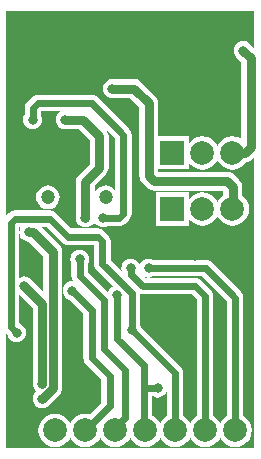
<source format=gbr>
%TF.GenerationSoftware,Altium Limited,Altium Designer,20.2.6 (244)*%
G04 Layer_Physical_Order=2*
G04 Layer_Color=16711680*
%FSLAX26Y26*%
%MOIN*%
%TF.SameCoordinates,2EAD6035-BE33-4F7B-B0E7-EE8266E33042*%
%TF.FilePolarity,Positive*%
%TF.FileFunction,Copper,L2,Bot,Signal*%
%TF.Part,Single*%
G01*
G75*
%TA.AperFunction,Conductor*%
%ADD23C,0.031496*%
%ADD25C,0.023622*%
%TA.AperFunction,ComponentPad*%
%ADD28C,0.078740*%
%ADD29R,0.078740X0.078740*%
%ADD30C,0.047244*%
%ADD31O,0.041339X0.049213*%
%ADD32O,0.047244X0.074803*%
%TA.AperFunction,ViaPad*%
%ADD33C,0.031496*%
G36*
X846071Y1353855D02*
X832463Y1367463D01*
X825884Y1372512D01*
X818222Y1375685D01*
X810000Y1376768D01*
X801778Y1375685D01*
X794116Y1372512D01*
X787537Y1367463D01*
X782488Y1360884D01*
X779315Y1353222D01*
X778232Y1345000D01*
X779315Y1336778D01*
X782488Y1329116D01*
X787537Y1322537D01*
X803232Y1306841D01*
Y1050963D01*
X801773Y1052083D01*
X788365Y1057636D01*
X773976Y1059531D01*
X759588Y1057636D01*
X746180Y1052083D01*
X734666Y1043248D01*
X725831Y1031734D01*
X723976Y1027257D01*
X722122Y1031734D01*
X713287Y1043248D01*
X701773Y1052083D01*
X688365Y1057636D01*
X673976Y1059531D01*
X659588Y1057636D01*
X646180Y1052083D01*
X634666Y1043248D01*
X629095Y1035987D01*
Y1059055D01*
X526768D01*
Y1170000D01*
X525685Y1178222D01*
X522512Y1185884D01*
X517463Y1192463D01*
X469054Y1240873D01*
X462474Y1245921D01*
X454812Y1249095D01*
X446590Y1250178D01*
X374016D01*
X365794Y1249095D01*
X358132Y1245921D01*
X351553Y1240873D01*
X346504Y1234294D01*
X343330Y1226632D01*
X342248Y1218410D01*
X343330Y1210188D01*
X346504Y1202526D01*
X351553Y1195947D01*
X358132Y1190898D01*
X365794Y1187724D01*
X374016Y1186642D01*
X433432D01*
X463232Y1156841D01*
Y928450D01*
X464315Y920228D01*
X467488Y912566D01*
X472537Y905987D01*
X490987Y887537D01*
X497566Y882488D01*
X505228Y879315D01*
X513450Y878232D01*
X743232D01*
Y862813D01*
X734666Y856240D01*
X725831Y844726D01*
X723976Y840249D01*
X722122Y844726D01*
X713287Y856240D01*
X701773Y865075D01*
X688365Y870629D01*
X673976Y872523D01*
X659588Y870629D01*
X646180Y865075D01*
X634666Y856240D01*
X629095Y848979D01*
Y872047D01*
X518858D01*
Y761811D01*
X629095D01*
Y784879D01*
X634666Y777618D01*
X646180Y768784D01*
X659588Y763230D01*
X673976Y761335D01*
X688365Y763230D01*
X701773Y768784D01*
X713287Y777618D01*
X722122Y789132D01*
X723976Y793609D01*
X725831Y789132D01*
X734666Y777618D01*
X746180Y768784D01*
X759588Y763230D01*
X773976Y761335D01*
X788365Y763230D01*
X801773Y768784D01*
X813287Y777618D01*
X822122Y789132D01*
X827676Y802540D01*
X829570Y816929D01*
X827676Y831318D01*
X822122Y844726D01*
X813287Y856240D01*
X806768Y861242D01*
Y891550D01*
X805685Y899772D01*
X802512Y907434D01*
X797463Y914013D01*
X779013Y932463D01*
X772434Y937512D01*
X764772Y940685D01*
X756550Y941768D01*
X526768D01*
Y948819D01*
X629095D01*
Y971887D01*
X634666Y964626D01*
X646180Y955791D01*
X659588Y950238D01*
X673976Y948343D01*
X688365Y950238D01*
X701773Y955791D01*
X713287Y964626D01*
X722122Y976140D01*
X723976Y980617D01*
X725831Y976140D01*
X734666Y964626D01*
X746180Y955791D01*
X759588Y950238D01*
X773976Y948343D01*
X788365Y950238D01*
X801773Y955791D01*
X813287Y964626D01*
X820266Y973721D01*
X824772Y974315D01*
X832434Y977488D01*
X839013Y982537D01*
X846071Y989595D01*
Y20071D01*
X20071D01*
Y400619D01*
X24600Y396090D01*
X27488Y389116D01*
X32537Y382537D01*
X39116Y377489D01*
X46778Y374315D01*
X55000Y373233D01*
X63222Y374315D01*
X70884Y377489D01*
X77463Y382537D01*
X82512Y389116D01*
X85685Y396778D01*
X86768Y405000D01*
X85685Y413223D01*
X82512Y420884D01*
X77463Y427464D01*
X70884Y432512D01*
X63911Y435401D01*
X62797Y436514D01*
Y533104D01*
X108232Y487668D01*
Y235000D01*
X109315Y226778D01*
X112488Y219116D01*
X117537Y212537D01*
X120470Y210286D01*
X118010Y207826D01*
X117537Y207463D01*
X112488Y200884D01*
X109315Y193222D01*
X108232Y185000D01*
X109315Y176778D01*
X112488Y169116D01*
X117537Y162537D01*
X124116Y157488D01*
X131778Y154315D01*
X140000Y153232D01*
X140110D01*
X148332Y154315D01*
X155994Y157488D01*
X162573Y162537D01*
X197896Y197860D01*
X202945Y204439D01*
X206119Y212101D01*
X207201Y220323D01*
Y674567D01*
X206119Y682789D01*
X202945Y690451D01*
X197896Y697030D01*
X137723Y757203D01*
X153486D01*
X205345Y705345D01*
X211102Y700927D01*
X217806Y698150D01*
X225000Y697203D01*
X312203D01*
Y635000D01*
X313150Y627806D01*
X315927Y621102D01*
X320345Y615345D01*
X376988Y558701D01*
X374116Y557512D01*
X367537Y552463D01*
X362488Y545884D01*
X359834Y539476D01*
X292797Y606514D01*
Y634804D01*
X295685Y641778D01*
X296768Y650000D01*
X295685Y658222D01*
X292512Y665884D01*
X287463Y672463D01*
X280884Y677512D01*
X273222Y680685D01*
X265000Y681768D01*
X256778Y680685D01*
X249116Y677512D01*
X242537Y672463D01*
X237488Y665884D01*
X234315Y658222D01*
X233232Y650000D01*
X234315Y641778D01*
X237203Y634804D01*
Y595000D01*
X238150Y587806D01*
X240927Y581102D01*
X244731Y576145D01*
X240000Y576768D01*
X231778Y575685D01*
X224116Y572512D01*
X217537Y567463D01*
X212488Y560884D01*
X209315Y553222D01*
X208232Y545000D01*
X209315Y536778D01*
X212488Y529116D01*
X217537Y522537D01*
X224116Y517488D01*
X231090Y514600D01*
X277203Y468486D01*
Y320000D01*
X278150Y312806D01*
X280927Y306102D01*
X285345Y300345D01*
X337203Y248486D01*
Y171514D01*
X297933Y132244D01*
X297460Y132440D01*
X283071Y134334D01*
X268682Y132440D01*
X255274Y126886D01*
X243760Y118051D01*
X234925Y106537D01*
X233071Y102060D01*
X231216Y106537D01*
X222382Y118051D01*
X210868Y126886D01*
X197460Y132440D01*
X183071Y134334D01*
X168682Y132440D01*
X155274Y126886D01*
X143760Y118051D01*
X134925Y106537D01*
X129371Y93129D01*
X127477Y78740D01*
X129371Y64352D01*
X134925Y50943D01*
X143760Y39429D01*
X155274Y30595D01*
X168682Y25041D01*
X183071Y23146D01*
X197460Y25041D01*
X210868Y30595D01*
X222382Y39429D01*
X231216Y50943D01*
X233071Y55420D01*
X234925Y50943D01*
X243760Y39429D01*
X255274Y30595D01*
X268682Y25041D01*
X283071Y23146D01*
X297460Y25041D01*
X310868Y30595D01*
X322382Y39429D01*
X331216Y50943D01*
X333071Y55420D01*
X334925Y50943D01*
X343760Y39429D01*
X355274Y30595D01*
X368682Y25041D01*
X383071Y23146D01*
X397460Y25041D01*
X410868Y30595D01*
X422382Y39429D01*
X431216Y50943D01*
X433071Y55420D01*
X434925Y50943D01*
X443760Y39429D01*
X455274Y30595D01*
X468682Y25041D01*
X483071Y23146D01*
X497460Y25041D01*
X510868Y30595D01*
X522382Y39429D01*
X531216Y50943D01*
X533071Y55420D01*
X534925Y50943D01*
X543760Y39429D01*
X555274Y30595D01*
X568682Y25041D01*
X583071Y23146D01*
X597460Y25041D01*
X610868Y30595D01*
X622382Y39429D01*
X631216Y50943D01*
X633071Y55420D01*
X634925Y50943D01*
X643760Y39429D01*
X655274Y30595D01*
X668682Y25041D01*
X683071Y23146D01*
X697460Y25041D01*
X710868Y30595D01*
X722382Y39429D01*
X731216Y50943D01*
X733071Y55420D01*
X734925Y50943D01*
X743760Y39429D01*
X755274Y30595D01*
X768682Y25041D01*
X783071Y23146D01*
X797460Y25041D01*
X810868Y30595D01*
X822382Y39429D01*
X831216Y50943D01*
X836770Y64352D01*
X838665Y78740D01*
X836770Y93129D01*
X831216Y106537D01*
X822382Y118051D01*
X810868Y126886D01*
X810868D01*
Y521929D01*
X809921Y529124D01*
X807144Y535828D01*
X802726Y541585D01*
X704577Y639734D01*
X698820Y644151D01*
X692116Y646928D01*
X684921Y647875D01*
X510196D01*
X503222Y650764D01*
X495000Y651846D01*
X486778Y650764D01*
X479116Y647590D01*
X472537Y642542D01*
X467488Y635963D01*
X465000Y629955D01*
X462512Y635963D01*
X457463Y642542D01*
X450884Y647590D01*
X443222Y650764D01*
X435000Y651846D01*
X426778Y650764D01*
X419116Y647590D01*
X412537Y642542D01*
X407488Y635963D01*
X404315Y628301D01*
X403232Y620079D01*
X404315Y611857D01*
X405630Y608680D01*
X367797Y646514D01*
Y711163D01*
X366850Y718357D01*
X364073Y725061D01*
X359655Y730818D01*
X345818Y744655D01*
X340061Y749073D01*
X333357Y751850D01*
X326163Y752797D01*
X236514D01*
X184655Y804655D01*
X178898Y809073D01*
X172194Y811850D01*
X165000Y812797D01*
X48837D01*
X41643Y811850D01*
X34939Y809073D01*
X29182Y804655D01*
X20071Y795544D01*
Y1475992D01*
X846071D01*
Y1353855D01*
D02*
G37*
G36*
X755274Y510415D02*
Y126886D01*
X755274D01*
X743760Y118051D01*
X734925Y106537D01*
X733071Y102060D01*
X731216Y106537D01*
X722382Y118051D01*
X710868Y126886D01*
X710868D01*
Y526929D01*
X709920Y534123D01*
X707144Y540827D01*
X702726Y546584D01*
X669655Y579655D01*
X663898Y584073D01*
X657194Y586850D01*
X650000Y587797D01*
X486514D01*
X483601Y590709D01*
X486778Y589393D01*
X495000Y588311D01*
X503222Y589393D01*
X510196Y592282D01*
X673408D01*
X755274Y510415D01*
D02*
G37*
G36*
X67488Y755884D02*
X64315Y748222D01*
X63232Y740000D01*
X64315Y731778D01*
X67488Y724116D01*
X72537Y717537D01*
X79116Y712488D01*
X86778Y709315D01*
X95000Y708232D01*
X96841D01*
X143665Y661408D01*
Y542088D01*
X102463Y583290D01*
X95884Y588338D01*
X88222Y591512D01*
X80000Y592595D01*
X80000D01*
X71778Y591512D01*
X64116Y588338D01*
X62797Y587326D01*
Y757203D01*
X68501D01*
X67488Y755884D01*
D02*
G37*
G36*
X555274Y126886D02*
X555274D01*
X543760Y118051D01*
X534925Y106537D01*
X533071Y102060D01*
X531216Y106537D01*
X522382Y118051D01*
X510868Y126886D01*
X505868Y128957D01*
Y192203D01*
X509804D01*
X516778Y189315D01*
X525000Y188232D01*
X533222Y189315D01*
X540884Y192488D01*
X547463Y197537D01*
X552512Y204116D01*
X555274Y210785D01*
Y126886D01*
D02*
G37*
G36*
X467806Y533150D02*
X475000Y532203D01*
X638486D01*
X655274Y515415D01*
Y126886D01*
X655274D01*
X643760Y118051D01*
X634925Y106537D01*
X633071Y102060D01*
X631216Y106537D01*
X622382Y118051D01*
X610868Y126886D01*
X610868D01*
Y270315D01*
X609920Y277509D01*
X607144Y284213D01*
X602726Y289970D01*
X468904Y423792D01*
X466301Y430077D01*
Y533774D01*
X467806Y533150D01*
D02*
G37*
%LPC*%
G36*
X159213Y896009D02*
X148935Y894656D01*
X139358Y890689D01*
X131133Y884378D01*
X124823Y876154D01*
X120856Y866577D01*
X119503Y856299D01*
X120856Y846021D01*
X124823Y836444D01*
X131133Y828220D01*
X139358Y821909D01*
X148935Y817942D01*
X159213Y816589D01*
X169490Y817942D01*
X179067Y821909D01*
X187292Y828220D01*
X193602Y836444D01*
X197569Y846021D01*
X198922Y856299D01*
X197569Y866577D01*
X193602Y876154D01*
X187292Y884378D01*
X179067Y890689D01*
X169490Y894656D01*
X159213Y896009D01*
D02*
G37*
G36*
X305000Y1197797D02*
X125000D01*
X117806Y1196850D01*
X111102Y1194073D01*
X105345Y1189655D01*
X90119Y1174430D01*
X85702Y1168673D01*
X82925Y1161969D01*
X81978Y1154774D01*
Y1132403D01*
X80756Y1130811D01*
X77582Y1123149D01*
X76500Y1114927D01*
X77582Y1106705D01*
X80756Y1099043D01*
X85805Y1092464D01*
X92384Y1087415D01*
X100046Y1084242D01*
X108268Y1083159D01*
X116490Y1084242D01*
X124152Y1087415D01*
X130731Y1092464D01*
X135779Y1099043D01*
X138953Y1106705D01*
X140036Y1114927D01*
X138953Y1123149D01*
X137571Y1126485D01*
Y1142203D01*
X200345D01*
X194072Y1137390D01*
X189024Y1130811D01*
X185850Y1123149D01*
X184768Y1114927D01*
X185850Y1106705D01*
X189024Y1099043D01*
X194072Y1092464D01*
X200651Y1087415D01*
X208313Y1084242D01*
X216535Y1083159D01*
X261914D01*
X298232Y1046841D01*
Y968159D01*
X261041Y930967D01*
X255992Y924388D01*
X252819Y916726D01*
X251736Y908504D01*
Y787402D01*
X252819Y779179D01*
X255992Y771518D01*
X261041Y764938D01*
X267620Y759890D01*
X275282Y756716D01*
X283504Y755634D01*
X291726Y756716D01*
X299388Y759890D01*
X305967Y764938D01*
X311016Y771518D01*
X313504Y777525D01*
X315992Y771518D01*
X321041Y764938D01*
X327620Y759890D01*
X335282Y756716D01*
X343504Y755634D01*
X351726Y756716D01*
X358700Y759605D01*
X396163D01*
X403357Y760552D01*
X410061Y763329D01*
X415818Y767746D01*
X429655Y781584D01*
X434073Y787341D01*
X436850Y794045D01*
X437797Y801239D01*
Y1065000D01*
X436850Y1072194D01*
X434073Y1078899D01*
X429655Y1084655D01*
X324655Y1189655D01*
X318899Y1194073D01*
X312194Y1196850D01*
X305000Y1197797D01*
D02*
G37*
%LPD*%
G36*
X382203Y1053486D02*
Y880748D01*
X379418Y884378D01*
X371193Y890689D01*
X361616Y894656D01*
X351339Y896009D01*
X341061Y894656D01*
X331484Y890689D01*
X323260Y884378D01*
X316949Y876154D01*
X315272Y872105D01*
Y895345D01*
X352463Y932537D01*
X357512Y939116D01*
X360685Y946778D01*
X361768Y955000D01*
Y1060000D01*
X360685Y1068222D01*
X357512Y1075884D01*
X352463Y1082463D01*
X297536Y1137390D01*
X291264Y1142203D01*
X293486D01*
X382203Y1053486D01*
D02*
G37*
D23*
X95000Y740000D02*
X110000D01*
X175433Y220323D02*
Y674567D01*
X110000Y740000D02*
X175433Y674567D01*
X140000Y185000D02*
X140110D01*
X175433Y220323D01*
X275073Y1114927D02*
X330000Y1060000D01*
X283504Y908504D02*
X330000Y955000D01*
Y1060000D01*
X80000Y560827D02*
X140000Y500827D01*
Y235000D02*
Y500827D01*
X80000Y560827D02*
X80000D01*
X283504Y787402D02*
Y908504D01*
X216535Y1114927D02*
X275073D01*
X374016Y1218410D02*
X446590D01*
X495000Y1170000D01*
Y928450D02*
Y1170000D01*
X513450Y910000D02*
X756550D01*
X775000Y817953D02*
Y891550D01*
X756550Y910000D02*
X775000Y891550D01*
X495000Y928450D02*
X513450Y910000D01*
X773976Y816929D02*
X775000Y817953D01*
X810000Y1345000D02*
X835000Y1320000D01*
Y1023450D02*
Y1320000D01*
X773976Y1003937D02*
X775039Y1005000D01*
X816550D01*
X835000Y1023450D01*
D25*
X438504Y414882D02*
Y536496D01*
Y414882D02*
X583071Y270315D01*
X340000Y635000D02*
X438504Y536496D01*
X583071Y78740D02*
Y270315D01*
X478071Y220000D02*
Y296929D01*
Y83740D02*
Y220000D01*
X525000D01*
X390000Y385000D02*
X478071Y296929D01*
X305000Y320000D02*
X365000Y260000D01*
X305000Y320000D02*
Y480000D01*
X365000Y160000D02*
Y260000D01*
X283740Y78740D02*
X365000Y160000D01*
X478071Y83740D02*
X483071Y78740D01*
X35000Y425000D02*
X55000Y405000D01*
X35000Y425000D02*
Y771163D01*
X48837Y785000D02*
X165000D01*
X35000Y771163D02*
X48837Y785000D01*
X165000D02*
X225000Y725000D01*
X326163D01*
X340000Y711163D01*
Y635000D02*
Y711163D01*
X55000Y405000D02*
Y405000D01*
X475000Y560000D02*
X650000D01*
X435000Y620079D02*
X436507Y618572D01*
Y598493D02*
Y618572D01*
Y598493D02*
X475000Y560000D01*
X650000D02*
X683071Y526929D01*
Y78740D02*
Y526929D01*
X495000Y620079D02*
X684921D01*
X783071Y78740D02*
Y521929D01*
X684921Y620079D02*
X783071Y521929D01*
X390000Y385000D02*
Y530000D01*
X415000Y121323D02*
Y280000D01*
X345000Y350000D02*
Y515000D01*
Y350000D02*
X415000Y280000D01*
X283071Y78740D02*
X283740D01*
X383071D02*
Y89394D01*
X415000Y121323D01*
X265000Y595000D02*
Y650000D01*
Y595000D02*
X345000Y515000D01*
X240000Y545000D02*
X305000Y480000D01*
X305000Y1170000D02*
X410000Y1065000D01*
X343504Y787402D02*
X396163D01*
X410000Y801239D01*
Y1065000D01*
X125000Y1170000D02*
X305000D01*
X108268Y1114927D02*
X109774Y1116434D01*
Y1154774D01*
X125000Y1170000D01*
D28*
X783071Y78740D02*
D03*
X683071D02*
D03*
X483071D02*
D03*
X283071D02*
D03*
X183071D02*
D03*
X383071D02*
D03*
X583071D02*
D03*
X673976Y816929D02*
D03*
X773976D02*
D03*
X673976Y1003937D02*
D03*
X773976D02*
D03*
D29*
X83071Y78740D02*
D03*
X573976Y816929D02*
D03*
Y1003937D02*
D03*
D30*
X159213Y856299D02*
D03*
X351339D02*
D03*
D31*
X727362Y1320866D02*
D03*
X552165D02*
D03*
X313976D02*
D03*
X138780D02*
D03*
D32*
X475394Y1438976D02*
D03*
X804134D02*
D03*
X390748D02*
D03*
X62008D02*
D03*
D33*
X438504Y414882D02*
D03*
X95000Y740000D02*
D03*
X525000Y220000D02*
D03*
X320000Y230000D02*
D03*
X630000Y185000D02*
D03*
Y505000D02*
D03*
X650000Y660000D02*
D03*
X630000Y150000D02*
D03*
X80000Y560827D02*
D03*
X240000Y545000D02*
D03*
X265000Y650000D02*
D03*
X433071Y1375000D02*
D03*
X588582Y1265748D02*
D03*
X55000Y405000D02*
D03*
X140000Y185000D02*
D03*
X490000Y775000D02*
D03*
X390000Y530000D02*
D03*
X255276Y1003937D02*
D03*
X216535Y1114927D02*
D03*
X108268D02*
D03*
X343504Y787402D02*
D03*
X283504D02*
D03*
X140000Y235000D02*
D03*
X495000Y620079D02*
D03*
X435000D02*
D03*
X374016Y1218410D02*
D03*
X810000Y1345000D02*
D03*
%TF.MD5,9ff35c6cbfa7829007456150be613a31*%
M02*

</source>
